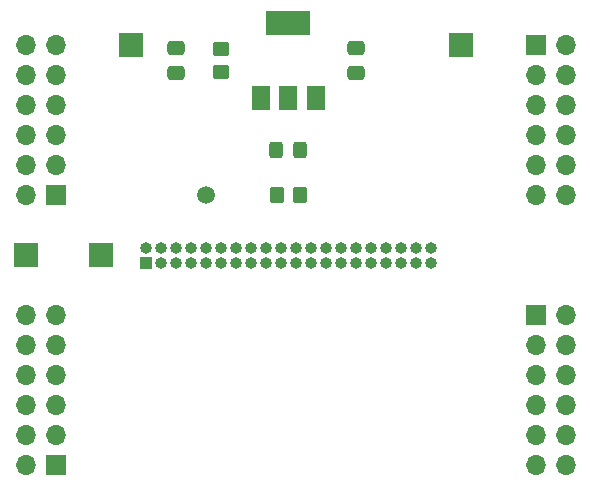
<source format=gts>
G04 #@! TF.GenerationSoftware,KiCad,Pcbnew,(6.0.9)*
G04 #@! TF.CreationDate,2022-11-20T21:47:37+01:00*
G04 #@! TF.ProjectId,iCE40HX8K-EVB EXT2PMOD adapter,69434534-3048-4583-984b-2d4556422045,V1.0*
G04 #@! TF.SameCoordinates,Original*
G04 #@! TF.FileFunction,Soldermask,Top*
G04 #@! TF.FilePolarity,Negative*
%FSLAX46Y46*%
G04 Gerber Fmt 4.6, Leading zero omitted, Abs format (unit mm)*
G04 Created by KiCad (PCBNEW (6.0.9)) date 2022-11-20 21:47:37*
%MOMM*%
%LPD*%
G01*
G04 APERTURE LIST*
G04 Aperture macros list*
%AMRoundRect*
0 Rectangle with rounded corners*
0 $1 Rounding radius*
0 $2 $3 $4 $5 $6 $7 $8 $9 X,Y pos of 4 corners*
0 Add a 4 corners polygon primitive as box body*
4,1,4,$2,$3,$4,$5,$6,$7,$8,$9,$2,$3,0*
0 Add four circle primitives for the rounded corners*
1,1,$1+$1,$2,$3*
1,1,$1+$1,$4,$5*
1,1,$1+$1,$6,$7*
1,1,$1+$1,$8,$9*
0 Add four rect primitives between the rounded corners*
20,1,$1+$1,$2,$3,$4,$5,0*
20,1,$1+$1,$4,$5,$6,$7,0*
20,1,$1+$1,$6,$7,$8,$9,0*
20,1,$1+$1,$8,$9,$2,$3,0*%
G04 Aperture macros list end*
%ADD10C,1.500000*%
%ADD11R,2.000000X2.000000*%
%ADD12R,1.700000X1.700000*%
%ADD13O,1.700000X1.700000*%
%ADD14R,3.800000X2.000000*%
%ADD15R,1.500000X2.000000*%
%ADD16RoundRect,0.250000X0.350000X0.450000X-0.350000X0.450000X-0.350000X-0.450000X0.350000X-0.450000X0*%
%ADD17RoundRect,0.250000X0.450000X-0.350000X0.450000X0.350000X-0.450000X0.350000X-0.450000X-0.350000X0*%
%ADD18RoundRect,0.250000X0.325000X0.450000X-0.325000X0.450000X-0.325000X-0.450000X0.325000X-0.450000X0*%
%ADD19RoundRect,0.250000X-0.475000X0.337500X-0.475000X-0.337500X0.475000X-0.337500X0.475000X0.337500X0*%
%ADD20RoundRect,0.250000X0.475000X-0.337500X0.475000X0.337500X-0.475000X0.337500X-0.475000X-0.337500X0*%
%ADD21R,1.000000X1.000000*%
%ADD22O,1.000000X1.000000*%
G04 APERTURE END LIST*
D10*
X157480000Y-91440000D03*
D11*
X151130000Y-78740000D03*
X179070000Y-78740000D03*
D12*
X185420000Y-101600000D03*
D13*
X185420000Y-104140000D03*
X185420000Y-106680000D03*
X185420000Y-109220000D03*
X185420000Y-111760000D03*
X185420000Y-114300000D03*
X187960000Y-101600000D03*
X187960000Y-104140000D03*
X187960000Y-106680000D03*
X187960000Y-109220000D03*
X187960000Y-111760000D03*
X187960000Y-114300000D03*
D12*
X185420000Y-78740000D03*
D13*
X185420000Y-81280000D03*
X185420000Y-83820000D03*
X185420000Y-86360000D03*
X185420000Y-88900000D03*
X185420000Y-91440000D03*
X187960000Y-78740000D03*
X187960000Y-81280000D03*
X187960000Y-83820000D03*
X187960000Y-86360000D03*
X187960000Y-88900000D03*
X187960000Y-91440000D03*
D12*
X144780000Y-91440000D03*
D13*
X144780000Y-88900000D03*
X144780000Y-86360000D03*
X144780000Y-83820000D03*
X144780000Y-81280000D03*
X144780000Y-78740000D03*
X142240000Y-91440000D03*
X142240000Y-88900000D03*
X142240000Y-86360000D03*
X142240000Y-83820000D03*
X142240000Y-81280000D03*
X142240000Y-78740000D03*
D11*
X148590000Y-96520000D03*
X142240000Y-96520000D03*
D12*
X144780000Y-114300000D03*
D13*
X144780000Y-111760000D03*
X144780000Y-109220000D03*
X144780000Y-106680000D03*
X144780000Y-104140000D03*
X144780000Y-101600000D03*
X142240000Y-114300000D03*
X142240000Y-111760000D03*
X142240000Y-109220000D03*
X142240000Y-106680000D03*
X142240000Y-104140000D03*
X142240000Y-101600000D03*
D14*
X164465000Y-76860000D03*
D15*
X162165000Y-83160000D03*
X164465000Y-83160000D03*
X166765000Y-83160000D03*
D16*
X165465000Y-91440000D03*
X163465000Y-91440000D03*
D17*
X158750000Y-81010000D03*
X158750000Y-79010000D03*
D18*
X165490000Y-87630000D03*
X163440000Y-87630000D03*
D19*
X154940000Y-78972500D03*
X154940000Y-81047500D03*
D20*
X170180000Y-81047500D03*
X170180000Y-78972500D03*
D21*
X152400000Y-97155000D03*
D22*
X152400000Y-95885000D03*
X153670000Y-97155000D03*
X153670000Y-95885000D03*
X154940000Y-97155000D03*
X154940000Y-95885000D03*
X156210000Y-97155000D03*
X156210000Y-95885000D03*
X157480000Y-97155000D03*
X157480000Y-95885000D03*
X158750000Y-97155000D03*
X158750000Y-95885000D03*
X160020000Y-97155000D03*
X160020000Y-95885000D03*
X161290000Y-97155000D03*
X161290000Y-95885000D03*
X162560000Y-97155000D03*
X162560000Y-95885000D03*
X163830000Y-97155000D03*
X163830000Y-95885000D03*
X165100000Y-97155000D03*
X165100000Y-95885000D03*
X166370000Y-97155000D03*
X166370000Y-95885000D03*
X167640000Y-97155000D03*
X167640000Y-95885000D03*
X168910000Y-97155000D03*
X168910000Y-95885000D03*
X170180000Y-97155000D03*
X170180000Y-95885000D03*
X171450000Y-97155000D03*
X171450000Y-95885000D03*
X172720000Y-97155000D03*
X172720000Y-95885000D03*
X173990000Y-97155000D03*
X173990000Y-95885000D03*
X175260000Y-97155000D03*
X175260000Y-95885000D03*
X176530000Y-97155000D03*
X176530000Y-95885000D03*
M02*

</source>
